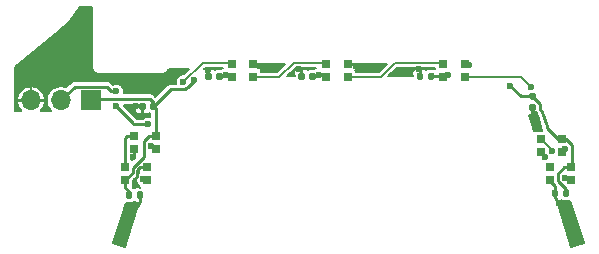
<source format=gbr>
%TF.GenerationSoftware,KiCad,Pcbnew,5.1.9-73d0e3b20d~88~ubuntu20.04.1*%
%TF.CreationDate,2021-04-06T18:29:42+02:00*%
%TF.ProjectId,AB_LED_PCB,41425f4c-4544-45f5-9043-422e6b696361,rev?*%
%TF.SameCoordinates,Original*%
%TF.FileFunction,Copper,L1,Top*%
%TF.FilePolarity,Positive*%
%FSLAX46Y46*%
G04 Gerber Fmt 4.6, Leading zero omitted, Abs format (unit mm)*
G04 Created by KiCad (PCBNEW 5.1.9-73d0e3b20d~88~ubuntu20.04.1) date 2021-04-06 18:29:42*
%MOMM*%
%LPD*%
G01*
G04 APERTURE LIST*
%TA.AperFunction,ComponentPad*%
%ADD10O,1.700000X1.700000*%
%TD*%
%TA.AperFunction,ComponentPad*%
%ADD11R,1.700000X1.700000*%
%TD*%
%TA.AperFunction,SMDPad,CuDef*%
%ADD12R,0.700000X0.700000*%
%TD*%
%TA.AperFunction,ViaPad*%
%ADD13C,0.600000*%
%TD*%
%TA.AperFunction,Conductor*%
%ADD14C,0.250000*%
%TD*%
%TA.AperFunction,Conductor*%
%ADD15C,0.150000*%
%TD*%
%TA.AperFunction,Conductor*%
%ADD16C,0.200000*%
%TD*%
%TA.AperFunction,Conductor*%
%ADD17C,0.100000*%
%TD*%
G04 APERTURE END LIST*
D10*
%TO.P,J1,3*%
%TO.N,GND*%
X151765000Y-102997000D03*
%TO.P,J1,2*%
%TO.N,Net-(D5-Pad3)*%
X154305000Y-102997000D03*
D11*
%TO.P,J1,1*%
%TO.N,+5V*%
X156845000Y-102997000D03*
%TD*%
D12*
%TO.P,D7,1*%
%TO.N,Net-(D1-Pad3)*%
X170587000Y-101007000D03*
%TO.P,D7,2*%
%TO.N,GND*%
X170587000Y-99907000D03*
%TO.P,D7,4*%
%TO.N,+5V*%
X168757000Y-101007000D03*
%TO.P,D7,3*%
%TO.N,Net-(D6-Pad1)*%
X168757000Y-99907000D03*
%TD*%
%TO.P,C7,2*%
%TO.N,GND*%
%TA.AperFunction,SMDPad,CuDef*%
G36*
G01*
X167059000Y-100795000D02*
X167059000Y-101135000D01*
G75*
G02*
X166919000Y-101275000I-140000J0D01*
G01*
X166639000Y-101275000D01*
G75*
G02*
X166499000Y-101135000I0J140000D01*
G01*
X166499000Y-100795000D01*
G75*
G02*
X166639000Y-100655000I140000J0D01*
G01*
X166919000Y-100655000D01*
G75*
G02*
X167059000Y-100795000I0J-140000D01*
G01*
G37*
%TD.AperFunction*%
%TO.P,C7,1*%
%TO.N,+5V*%
%TA.AperFunction,SMDPad,CuDef*%
G36*
G01*
X168019000Y-100795000D02*
X168019000Y-101135000D01*
G75*
G02*
X167879000Y-101275000I-140000J0D01*
G01*
X167599000Y-101275000D01*
G75*
G02*
X167459000Y-101135000I0J140000D01*
G01*
X167459000Y-100795000D01*
G75*
G02*
X167599000Y-100655000I140000J0D01*
G01*
X167879000Y-100655000D01*
G75*
G02*
X168019000Y-100795000I0J-140000D01*
G01*
G37*
%TD.AperFunction*%
%TD*%
%TO.P,D6,1*%
%TO.N,Net-(D6-Pad1)*%
X161570000Y-109770000D03*
%TO.P,D6,2*%
%TO.N,GND*%
X161570000Y-108670000D03*
%TO.P,D6,4*%
%TO.N,+5V*%
X159740000Y-109770000D03*
%TO.P,D6,3*%
%TO.N,Net-(D5-Pad1)*%
X159740000Y-108670000D03*
%TD*%
%TO.P,D5,1*%
%TO.N,Net-(D5-Pad1)*%
X160502000Y-106003000D03*
%TO.P,D5,2*%
%TO.N,GND*%
X160502000Y-107103000D03*
%TO.P,D5,4*%
%TO.N,+5V*%
X162332000Y-106003000D03*
%TO.P,D5,3*%
%TO.N,Net-(D5-Pad3)*%
X162332000Y-107103000D03*
%TD*%
%TO.P,C6,2*%
%TO.N,GND*%
%TA.AperFunction,SMDPad,CuDef*%
G36*
G01*
X161471000Y-103335000D02*
X161471000Y-103675000D01*
G75*
G02*
X161331000Y-103815000I-140000J0D01*
G01*
X161051000Y-103815000D01*
G75*
G02*
X160911000Y-103675000I0J140000D01*
G01*
X160911000Y-103335000D01*
G75*
G02*
X161051000Y-103195000I140000J0D01*
G01*
X161331000Y-103195000D01*
G75*
G02*
X161471000Y-103335000I0J-140000D01*
G01*
G37*
%TD.AperFunction*%
%TO.P,C6,1*%
%TO.N,+5V*%
%TA.AperFunction,SMDPad,CuDef*%
G36*
G01*
X162431000Y-103335000D02*
X162431000Y-103675000D01*
G75*
G02*
X162291000Y-103815000I-140000J0D01*
G01*
X162011000Y-103815000D01*
G75*
G02*
X161871000Y-103675000I0J140000D01*
G01*
X161871000Y-103335000D01*
G75*
G02*
X162011000Y-103195000I140000J0D01*
G01*
X162291000Y-103195000D01*
G75*
G02*
X162431000Y-103335000I0J-140000D01*
G01*
G37*
%TD.AperFunction*%
%TD*%
%TO.P,C5,2*%
%TO.N,GND*%
%TA.AperFunction,SMDPad,CuDef*%
G36*
G01*
X160728000Y-111168000D02*
X160728000Y-110828000D01*
G75*
G02*
X160868000Y-110688000I140000J0D01*
G01*
X161148000Y-110688000D01*
G75*
G02*
X161288000Y-110828000I0J-140000D01*
G01*
X161288000Y-111168000D01*
G75*
G02*
X161148000Y-111308000I-140000J0D01*
G01*
X160868000Y-111308000D01*
G75*
G02*
X160728000Y-111168000I0J140000D01*
G01*
G37*
%TD.AperFunction*%
%TO.P,C5,1*%
%TO.N,+5V*%
%TA.AperFunction,SMDPad,CuDef*%
G36*
G01*
X159768000Y-111168000D02*
X159768000Y-110828000D01*
G75*
G02*
X159908000Y-110688000I140000J0D01*
G01*
X160188000Y-110688000D01*
G75*
G02*
X160328000Y-110828000I0J-140000D01*
G01*
X160328000Y-111168000D01*
G75*
G02*
X160188000Y-111308000I-140000J0D01*
G01*
X159908000Y-111308000D01*
G75*
G02*
X159768000Y-111168000I0J140000D01*
G01*
G37*
%TD.AperFunction*%
%TD*%
%TO.P,D4,1*%
%TO.N,Net-(D4-Pad1)*%
X195681000Y-108670000D03*
%TO.P,D4,2*%
%TO.N,GND*%
X195681000Y-109770000D03*
%TO.P,D4,4*%
%TO.N,+5V*%
X197511000Y-108670000D03*
%TO.P,D4,3*%
%TO.N,Net-(D3-Pad1)*%
X197511000Y-109770000D03*
%TD*%
%TO.P,D3,1*%
%TO.N,Net-(D3-Pad1)*%
X194919000Y-106257000D03*
%TO.P,D3,2*%
%TO.N,GND*%
X194919000Y-107357000D03*
%TO.P,D3,4*%
%TO.N,+5V*%
X196749000Y-106257000D03*
%TO.P,D3,3*%
%TO.N,Net-(D2-Pad1)*%
X196749000Y-107357000D03*
%TD*%
%TO.P,D2,1*%
%TO.N,Net-(D2-Pad1)*%
X188494000Y-101007000D03*
%TO.P,D2,2*%
%TO.N,GND*%
X188494000Y-99907000D03*
%TO.P,D2,4*%
%TO.N,+5V*%
X186664000Y-101007000D03*
%TO.P,D2,3*%
%TO.N,Net-(D1-Pad1)*%
X186664000Y-99907000D03*
%TD*%
%TO.P,D1,1*%
%TO.N,Net-(D1-Pad1)*%
X178588000Y-101007000D03*
%TO.P,D1,2*%
%TO.N,GND*%
X178588000Y-99907000D03*
%TO.P,D1,4*%
%TO.N,+5V*%
X176758000Y-101007000D03*
%TO.P,D1,3*%
%TO.N,Net-(D1-Pad3)*%
X176758000Y-99907000D03*
%TD*%
%TO.P,C4,2*%
%TO.N,GND*%
%TA.AperFunction,SMDPad,CuDef*%
G36*
G01*
X194076500Y-103324000D02*
X194416500Y-103324000D01*
G75*
G02*
X194556500Y-103464000I0J-140000D01*
G01*
X194556500Y-103744000D01*
G75*
G02*
X194416500Y-103884000I-140000J0D01*
G01*
X194076500Y-103884000D01*
G75*
G02*
X193936500Y-103744000I0J140000D01*
G01*
X193936500Y-103464000D01*
G75*
G02*
X194076500Y-103324000I140000J0D01*
G01*
G37*
%TD.AperFunction*%
%TO.P,C4,1*%
%TO.N,+5V*%
%TA.AperFunction,SMDPad,CuDef*%
G36*
G01*
X194076500Y-102364000D02*
X194416500Y-102364000D01*
G75*
G02*
X194556500Y-102504000I0J-140000D01*
G01*
X194556500Y-102784000D01*
G75*
G02*
X194416500Y-102924000I-140000J0D01*
G01*
X194076500Y-102924000D01*
G75*
G02*
X193936500Y-102784000I0J140000D01*
G01*
X193936500Y-102504000D01*
G75*
G02*
X194076500Y-102364000I140000J0D01*
G01*
G37*
%TD.AperFunction*%
%TD*%
%TO.P,C3,2*%
%TO.N,GND*%
%TA.AperFunction,SMDPad,CuDef*%
G36*
G01*
X196396000Y-110701000D02*
X196396000Y-111041000D01*
G75*
G02*
X196256000Y-111181000I-140000J0D01*
G01*
X195976000Y-111181000D01*
G75*
G02*
X195836000Y-111041000I0J140000D01*
G01*
X195836000Y-110701000D01*
G75*
G02*
X195976000Y-110561000I140000J0D01*
G01*
X196256000Y-110561000D01*
G75*
G02*
X196396000Y-110701000I0J-140000D01*
G01*
G37*
%TD.AperFunction*%
%TO.P,C3,1*%
%TO.N,+5V*%
%TA.AperFunction,SMDPad,CuDef*%
G36*
G01*
X197356000Y-110701000D02*
X197356000Y-111041000D01*
G75*
G02*
X197216000Y-111181000I-140000J0D01*
G01*
X196936000Y-111181000D01*
G75*
G02*
X196796000Y-111041000I0J140000D01*
G01*
X196796000Y-110701000D01*
G75*
G02*
X196936000Y-110561000I140000J0D01*
G01*
X197216000Y-110561000D01*
G75*
G02*
X197356000Y-110701000I0J-140000D01*
G01*
G37*
%TD.AperFunction*%
%TD*%
%TO.P,C2,2*%
%TO.N,GND*%
%TA.AperFunction,SMDPad,CuDef*%
G36*
G01*
X174933000Y-100795000D02*
X174933000Y-101135000D01*
G75*
G02*
X174793000Y-101275000I-140000J0D01*
G01*
X174513000Y-101275000D01*
G75*
G02*
X174373000Y-101135000I0J140000D01*
G01*
X174373000Y-100795000D01*
G75*
G02*
X174513000Y-100655000I140000J0D01*
G01*
X174793000Y-100655000D01*
G75*
G02*
X174933000Y-100795000I0J-140000D01*
G01*
G37*
%TD.AperFunction*%
%TO.P,C2,1*%
%TO.N,+5V*%
%TA.AperFunction,SMDPad,CuDef*%
G36*
G01*
X175893000Y-100795000D02*
X175893000Y-101135000D01*
G75*
G02*
X175753000Y-101275000I-140000J0D01*
G01*
X175473000Y-101275000D01*
G75*
G02*
X175333000Y-101135000I0J140000D01*
G01*
X175333000Y-100795000D01*
G75*
G02*
X175473000Y-100655000I140000J0D01*
G01*
X175753000Y-100655000D01*
G75*
G02*
X175893000Y-100795000I0J-140000D01*
G01*
G37*
%TD.AperFunction*%
%TD*%
%TO.P,C1,2*%
%TO.N,GND*%
%TA.AperFunction,SMDPad,CuDef*%
G36*
G01*
X184966000Y-100795000D02*
X184966000Y-101135000D01*
G75*
G02*
X184826000Y-101275000I-140000J0D01*
G01*
X184546000Y-101275000D01*
G75*
G02*
X184406000Y-101135000I0J140000D01*
G01*
X184406000Y-100795000D01*
G75*
G02*
X184546000Y-100655000I140000J0D01*
G01*
X184826000Y-100655000D01*
G75*
G02*
X184966000Y-100795000I0J-140000D01*
G01*
G37*
%TD.AperFunction*%
%TO.P,C1,1*%
%TO.N,+5V*%
%TA.AperFunction,SMDPad,CuDef*%
G36*
G01*
X185926000Y-100795000D02*
X185926000Y-101135000D01*
G75*
G02*
X185786000Y-101275000I-140000J0D01*
G01*
X185506000Y-101275000D01*
G75*
G02*
X185366000Y-101135000I0J140000D01*
G01*
X185366000Y-100795000D01*
G75*
G02*
X185506000Y-100655000I140000J0D01*
G01*
X185786000Y-100655000D01*
G75*
G02*
X185926000Y-100795000I0J-140000D01*
G01*
G37*
%TD.AperFunction*%
%TD*%
D13*
%TO.N,GND*%
X195261959Y-107824787D03*
X196498045Y-111709610D03*
X179324000Y-100064349D03*
X171196000Y-100064349D03*
X160708134Y-111863145D03*
X160655000Y-103505000D03*
X160365010Y-107789649D03*
X160541173Y-110037617D03*
X166752060Y-100432010D03*
X174434500Y-100314385D03*
X184594500Y-100330000D03*
X188808974Y-100014349D03*
X194458993Y-104181515D03*
%TO.N,+5V*%
X187071000Y-100814350D03*
X176149000Y-100814350D03*
X168275000Y-100814350D03*
X165576890Y-101274207D03*
X192316578Y-101741269D03*
%TO.N,Net-(D2-Pad1)*%
X196981460Y-107107012D03*
X194119500Y-101854000D03*
%TO.N,Net-(D3-Pad1)*%
X195898998Y-107315000D03*
X197006580Y-109575271D03*
%TO.N,Net-(D5-Pad3)*%
X161919714Y-106849107D03*
X161671000Y-105029000D03*
X159004000Y-103505000D03*
X159004000Y-102235000D03*
%TO.N,Net-(D6-Pad1)*%
X161281214Y-109659012D03*
X164675492Y-101433128D03*
%TD*%
D14*
%TO.N,GND*%
X196116000Y-110205000D02*
X195691059Y-109780059D01*
X196116000Y-110871000D02*
X196116000Y-110205000D01*
X194963166Y-107525994D02*
X195261959Y-107824787D01*
X194919000Y-107389223D02*
X194963166Y-107525994D01*
X194919000Y-107357000D02*
X194919000Y-107389223D01*
X196226454Y-111438019D02*
X196498045Y-111709610D01*
X196116000Y-111095975D02*
X196226454Y-111438019D01*
X196116000Y-110871000D02*
X196116000Y-111095975D01*
X179166651Y-99907000D02*
X179324000Y-100064349D01*
X178588000Y-99907000D02*
X179166651Y-99907000D01*
X171038651Y-99907000D02*
X171196000Y-100064349D01*
X170587000Y-99907000D02*
X171038651Y-99907000D01*
X160979740Y-111591539D02*
X160708134Y-111863145D01*
X161008000Y-111504035D02*
X160979740Y-111591539D01*
X161008000Y-110998000D02*
X161008000Y-111504035D01*
X161191000Y-103505000D02*
X160655000Y-103505000D01*
X160502000Y-107103000D02*
X160502000Y-107652659D01*
X160502000Y-107652659D02*
X160365010Y-107789649D01*
X160541173Y-109613353D02*
X160541173Y-110037617D01*
X160765012Y-109389514D02*
X160541173Y-109613353D01*
X160994010Y-108670000D02*
X160765012Y-108898998D01*
X161570000Y-108670000D02*
X160994010Y-108670000D01*
X160765012Y-108898998D02*
X160765012Y-109389514D01*
X166779000Y-100458950D02*
X166752060Y-100432010D01*
X166779000Y-100965000D02*
X166779000Y-100458950D01*
X174653000Y-100532885D02*
X174434500Y-100314385D01*
X174653000Y-100965000D02*
X174653000Y-100532885D01*
X184686000Y-100421500D02*
X184594500Y-100330000D01*
X184686000Y-100965000D02*
X184686000Y-100421500D01*
X188701625Y-99907000D02*
X188808974Y-100014349D01*
X188494000Y-99907000D02*
X188701625Y-99907000D01*
X194310000Y-104032522D02*
X194458993Y-104181515D01*
X194310000Y-103604000D02*
X194310000Y-104032522D01*
%TO.N,+5V*%
X186856650Y-100814350D02*
X186681660Y-100989340D01*
X187071000Y-100814350D02*
X186856650Y-100814350D01*
X186622000Y-100965000D02*
X186646340Y-100989340D01*
X185646000Y-100965000D02*
X186622000Y-100965000D01*
X175763650Y-100814350D02*
X175613000Y-100965000D01*
X176149000Y-100814350D02*
X175763650Y-100814350D01*
X176565350Y-100814350D02*
X176740340Y-100989340D01*
X176149000Y-100814350D02*
X176565350Y-100814350D01*
X167889650Y-100814350D02*
X167739000Y-100965000D01*
X168275000Y-100814350D02*
X167889650Y-100814350D01*
X168564350Y-100814350D02*
X168739340Y-100989340D01*
X168275000Y-100814350D02*
X168564350Y-100814350D01*
X162332000Y-103686000D02*
X162151000Y-103505000D01*
X162332000Y-106003000D02*
X162332000Y-103686000D01*
X197076000Y-110871000D02*
X197076000Y-110528589D01*
X197076000Y-110528589D02*
X196356001Y-109808590D01*
X196356001Y-109224999D02*
X196911000Y-108670000D01*
X196356001Y-109808590D02*
X196356001Y-109224999D01*
X196911000Y-108670000D02*
X197511000Y-108670000D01*
X197588556Y-106919839D02*
X197574432Y-106850733D01*
X197557217Y-106782293D02*
X197031924Y-106257000D01*
X197607464Y-108573536D02*
X197607464Y-107059660D01*
X197607464Y-107059660D02*
X197599578Y-106989546D01*
X197599578Y-106989546D02*
X197588556Y-106919839D01*
X197511000Y-108670000D02*
X197607464Y-108573536D01*
X197574432Y-106850733D02*
X197557217Y-106782293D01*
X197031924Y-106257000D02*
X196749000Y-106257000D01*
X162151000Y-103195000D02*
X162151000Y-103505000D01*
X161825990Y-102869990D02*
X162151000Y-103195000D01*
X156972010Y-102869990D02*
X161825990Y-102869990D01*
X156845000Y-102997000D02*
X156972010Y-102869990D01*
X159740000Y-110380000D02*
X159740000Y-109770000D01*
X160048000Y-110688000D02*
X159740000Y-110380000D01*
X160048000Y-110998000D02*
X160048000Y-110688000D01*
X161294712Y-106440288D02*
X161732000Y-106003000D01*
X161294712Y-107784951D02*
X161294712Y-106440288D01*
X160365001Y-108714662D02*
X161294712Y-107784951D01*
X160365001Y-109144999D02*
X160365001Y-108714662D01*
X161732000Y-106003000D02*
X162332000Y-106003000D01*
X159740000Y-109770000D02*
X160365001Y-109144999D01*
X164816013Y-102053500D02*
X164922173Y-101973422D01*
X164923342Y-101966640D02*
X165031971Y-101889950D01*
X165576890Y-101345031D02*
X165576890Y-101274207D01*
X165031971Y-101889950D02*
X165576890Y-101345031D01*
X162151000Y-103505000D02*
X163602500Y-102053500D01*
X164922173Y-101973422D02*
X164923342Y-101966640D01*
X163602500Y-102053500D02*
X164816013Y-102053500D01*
X193219309Y-102644000D02*
X192316578Y-101741269D01*
X194310000Y-102644000D02*
X193219309Y-102644000D01*
X194246500Y-102644000D02*
X194246500Y-102679500D01*
X194857595Y-103290595D02*
X194881500Y-103365275D01*
X194246500Y-102679500D02*
X194857595Y-103290595D01*
X194881500Y-103365275D02*
X194881500Y-103759000D01*
X195066878Y-103944378D02*
X195453000Y-105150594D01*
X194881500Y-103759000D02*
X195066878Y-103944378D01*
X195453000Y-105345202D02*
X196364798Y-106257000D01*
X196364798Y-106257000D02*
X196749000Y-106257000D01*
X195453000Y-105150594D02*
X195453000Y-105345202D01*
D15*
%TO.N,Net-(D1-Pad3)*%
X170587000Y-101007000D02*
X172789992Y-101007000D01*
X172789992Y-101007000D02*
X174007633Y-99789359D01*
X174007633Y-99789359D02*
X176640359Y-99789359D01*
X176640359Y-99789359D02*
X176758000Y-99907000D01*
%TO.N,Net-(D1-Pad1)*%
X181377500Y-101007000D02*
X182579502Y-99804998D01*
X178588000Y-101007000D02*
X181377500Y-101007000D01*
X182579502Y-99804998D02*
X186561998Y-99804998D01*
X186561998Y-99804998D02*
X186664000Y-99907000D01*
D14*
%TO.N,Net-(D2-Pad1)*%
X196749000Y-107339472D02*
X196981460Y-107107012D01*
X196749000Y-107357000D02*
X196749000Y-107339472D01*
D15*
X193272500Y-101007000D02*
X194119500Y-101854000D01*
X188494000Y-101007000D02*
X193272500Y-101007000D01*
%TO.N,Net-(D3-Pad1)*%
X197201309Y-109770000D02*
X197006580Y-109575271D01*
X197511000Y-109770000D02*
X197201309Y-109770000D01*
X195898998Y-107236998D02*
X194919000Y-106257000D01*
X195898998Y-107315000D02*
X195898998Y-107236998D01*
D14*
%TO.N,Net-(D5-Pad1)*%
X159902000Y-106003000D02*
X160502000Y-106003000D01*
X159740000Y-106165000D02*
X159902000Y-106003000D01*
X159740000Y-108670000D02*
X159740000Y-106165000D01*
%TO.N,Net-(D5-Pad3)*%
X162332000Y-107103000D02*
X162173607Y-107103000D01*
X162173607Y-107103000D02*
X161919714Y-106849107D01*
X161671000Y-105029000D02*
X160401000Y-105029000D01*
X160401000Y-104902000D02*
X159004000Y-103505000D01*
X160401000Y-105029000D02*
X160401000Y-104902000D01*
X155480001Y-101821999D02*
X154305000Y-102997000D01*
X158166735Y-101821999D02*
X155480001Y-101821999D01*
X158579736Y-102235000D02*
X158166735Y-101821999D01*
X159004000Y-102235000D02*
X158579736Y-102235000D01*
D15*
%TO.N,Net-(D6-Pad1)*%
X161392202Y-109770000D02*
X161281214Y-109659012D01*
X161570000Y-109770000D02*
X161392202Y-109770000D01*
X168639359Y-99789359D02*
X168757000Y-99907000D01*
X166319261Y-99789359D02*
X168639359Y-99789359D01*
X164675492Y-101433128D02*
X166319261Y-99789359D01*
%TD*%
D16*
%TO.N,GND*%
X196662830Y-111449828D02*
X196747837Y-111495265D01*
X196840075Y-111523245D01*
X196936000Y-111532693D01*
X197216000Y-111532693D01*
X197311925Y-111523245D01*
X197404163Y-111495265D01*
X197405102Y-111494763D01*
X198547128Y-115062357D01*
X197528408Y-115388462D01*
X196282918Y-111531550D01*
X196396000Y-111532694D01*
X196464612Y-111525936D01*
X196530587Y-111505923D01*
X196591391Y-111473423D01*
X196641486Y-111432311D01*
X196662830Y-111449828D01*
%TA.AperFunction,Conductor*%
D17*
G36*
X196662830Y-111449828D02*
G01*
X196747837Y-111495265D01*
X196840075Y-111523245D01*
X196936000Y-111532693D01*
X197216000Y-111532693D01*
X197311925Y-111523245D01*
X197404163Y-111495265D01*
X197405102Y-111494763D01*
X198547128Y-115062357D01*
X197528408Y-115388462D01*
X196282918Y-111531550D01*
X196396000Y-111532694D01*
X196464612Y-111525936D01*
X196530587Y-111505923D01*
X196591391Y-111473423D01*
X196641486Y-111432311D01*
X196662830Y-111449828D01*
G37*
%TD.AperFunction*%
D16*
X160532609Y-111600423D02*
X160593413Y-111632923D01*
X160659388Y-111652936D01*
X160728000Y-111659694D01*
X160895500Y-111658000D01*
X160949433Y-111604067D01*
X159727287Y-115388372D01*
X158708845Y-115062357D01*
X159802072Y-111647211D01*
X159812075Y-111650245D01*
X159908000Y-111659693D01*
X160188000Y-111659693D01*
X160283925Y-111650245D01*
X160376163Y-111622265D01*
X160461170Y-111576828D01*
X160482514Y-111559311D01*
X160532609Y-111600423D01*
%TA.AperFunction,Conductor*%
D17*
G36*
X160532609Y-111600423D02*
G01*
X160593413Y-111632923D01*
X160659388Y-111652936D01*
X160728000Y-111659694D01*
X160895500Y-111658000D01*
X160949433Y-111604067D01*
X159727287Y-115388372D01*
X158708845Y-115062357D01*
X159802072Y-111647211D01*
X159812075Y-111650245D01*
X159908000Y-111659693D01*
X160188000Y-111659693D01*
X160283925Y-111650245D01*
X160376163Y-111622265D01*
X160461170Y-111576828D01*
X160482514Y-111559311D01*
X160532609Y-111600423D01*
G37*
%TD.AperFunction*%
D16*
X161033000Y-110973000D02*
X161053000Y-110973000D01*
X161053000Y-111023000D01*
X161033000Y-111023000D01*
X161033000Y-111043000D01*
X160983000Y-111043000D01*
X160983000Y-111023000D01*
X160963000Y-111023000D01*
X160963000Y-110973000D01*
X160983000Y-110973000D01*
X160983000Y-110953000D01*
X161033000Y-110953000D01*
X161033000Y-110973000D01*
%TA.AperFunction,Conductor*%
D17*
G36*
X161033000Y-110973000D02*
G01*
X161053000Y-110973000D01*
X161053000Y-111023000D01*
X161033000Y-111023000D01*
X161033000Y-111043000D01*
X160983000Y-111043000D01*
X160983000Y-111023000D01*
X160963000Y-111023000D01*
X160963000Y-110973000D01*
X160983000Y-110973000D01*
X160983000Y-110953000D01*
X161033000Y-110953000D01*
X161033000Y-110973000D01*
G37*
%TD.AperFunction*%
D16*
X196141000Y-110846000D02*
X196161000Y-110846000D01*
X196161000Y-110896000D01*
X196141000Y-110896000D01*
X196141000Y-110916000D01*
X196091000Y-110916000D01*
X196091000Y-110896000D01*
X196077684Y-110896000D01*
X196071000Y-110875303D01*
X196071000Y-110846000D01*
X196091000Y-110846000D01*
X196091000Y-110826000D01*
X196141000Y-110826000D01*
X196141000Y-110846000D01*
%TA.AperFunction,Conductor*%
D17*
G36*
X196141000Y-110846000D02*
G01*
X196161000Y-110846000D01*
X196161000Y-110896000D01*
X196141000Y-110896000D01*
X196141000Y-110916000D01*
X196091000Y-110916000D01*
X196091000Y-110896000D01*
X196077684Y-110896000D01*
X196071000Y-110875303D01*
X196071000Y-110846000D01*
X196091000Y-110846000D01*
X196091000Y-110826000D01*
X196141000Y-110826000D01*
X196141000Y-110846000D01*
G37*
%TD.AperFunction*%
D16*
X160631214Y-109594993D02*
X160631214Y-109723031D01*
X160656193Y-109848610D01*
X160705192Y-109966902D01*
X160776326Y-110073363D01*
X160866863Y-110163900D01*
X160873037Y-110168025D01*
X160875065Y-110188612D01*
X160895078Y-110254587D01*
X160927578Y-110315390D01*
X160971315Y-110368685D01*
X160982998Y-110378273D01*
X160982998Y-110425498D01*
X160895500Y-110338000D01*
X160728000Y-110336306D01*
X160659388Y-110343064D01*
X160593413Y-110363077D01*
X160532609Y-110395577D01*
X160482514Y-110436689D01*
X160461170Y-110419172D01*
X160426769Y-110400784D01*
X160385501Y-110350499D01*
X160367371Y-110335620D01*
X160366519Y-110334768D01*
X160382422Y-110315390D01*
X160414922Y-110254587D01*
X160434935Y-110188612D01*
X160441693Y-110120000D01*
X160441693Y-109740058D01*
X160642252Y-109539500D01*
X160631214Y-109594993D01*
%TA.AperFunction,Conductor*%
D17*
G36*
X160631214Y-109594993D02*
G01*
X160631214Y-109723031D01*
X160656193Y-109848610D01*
X160705192Y-109966902D01*
X160776326Y-110073363D01*
X160866863Y-110163900D01*
X160873037Y-110168025D01*
X160875065Y-110188612D01*
X160895078Y-110254587D01*
X160927578Y-110315390D01*
X160971315Y-110368685D01*
X160982998Y-110378273D01*
X160982998Y-110425498D01*
X160895500Y-110338000D01*
X160728000Y-110336306D01*
X160659388Y-110343064D01*
X160593413Y-110363077D01*
X160532609Y-110395577D01*
X160482514Y-110436689D01*
X160461170Y-110419172D01*
X160426769Y-110400784D01*
X160385501Y-110350499D01*
X160367371Y-110335620D01*
X160366519Y-110334768D01*
X160382422Y-110315390D01*
X160414922Y-110254587D01*
X160434935Y-110188612D01*
X160441693Y-110120000D01*
X160441693Y-109740058D01*
X160642252Y-109539500D01*
X160631214Y-109594993D01*
G37*
%TD.AperFunction*%
D16*
X195706000Y-109745000D02*
X195726000Y-109745000D01*
X195726000Y-109795000D01*
X195722144Y-109795000D01*
X195699539Y-109725000D01*
X195706000Y-109725000D01*
X195706000Y-109745000D01*
%TA.AperFunction,Conductor*%
D17*
G36*
X195706000Y-109745000D02*
G01*
X195726000Y-109745000D01*
X195726000Y-109795000D01*
X195722144Y-109795000D01*
X195699539Y-109725000D01*
X195706000Y-109725000D01*
X195706000Y-109745000D01*
G37*
%TD.AperFunction*%
D16*
X160868306Y-109020000D02*
X160875064Y-109088612D01*
X160890205Y-109138527D01*
X160866863Y-109154124D01*
X160838618Y-109182369D01*
X160842299Y-109144999D01*
X160840001Y-109121667D01*
X160840001Y-108911412D01*
X160869289Y-108882124D01*
X160868306Y-109020000D01*
%TA.AperFunction,Conductor*%
D17*
G36*
X160868306Y-109020000D02*
G01*
X160875064Y-109088612D01*
X160890205Y-109138527D01*
X160866863Y-109154124D01*
X160838618Y-109182369D01*
X160842299Y-109144999D01*
X160840001Y-109121667D01*
X160840001Y-108911412D01*
X160869289Y-108882124D01*
X160868306Y-109020000D01*
G37*
%TD.AperFunction*%
D16*
X161595000Y-108645000D02*
X161615000Y-108645000D01*
X161615000Y-108695000D01*
X161595000Y-108695000D01*
X161595000Y-108715000D01*
X161545000Y-108715000D01*
X161545000Y-108695000D01*
X161525000Y-108695000D01*
X161525000Y-108645000D01*
X161545000Y-108645000D01*
X161545000Y-108625000D01*
X161595000Y-108625000D01*
X161595000Y-108645000D01*
%TA.AperFunction,Conductor*%
D17*
G36*
X161595000Y-108645000D02*
G01*
X161615000Y-108645000D01*
X161615000Y-108695000D01*
X161595000Y-108695000D01*
X161595000Y-108715000D01*
X161545000Y-108715000D01*
X161545000Y-108695000D01*
X161525000Y-108695000D01*
X161525000Y-108645000D01*
X161545000Y-108645000D01*
X161545000Y-108625000D01*
X161595000Y-108625000D01*
X161595000Y-108645000D01*
G37*
%TD.AperFunction*%
D16*
X160527000Y-107078000D02*
X160547000Y-107078000D01*
X160547000Y-107128000D01*
X160527000Y-107128000D01*
X160527000Y-107715500D01*
X160609706Y-107798206D01*
X160337538Y-108070374D01*
X160285390Y-108027578D01*
X160224587Y-107995078D01*
X160215000Y-107992170D01*
X160215000Y-107804245D01*
X160389500Y-107803000D01*
X160477000Y-107715500D01*
X160477000Y-107128000D01*
X160457000Y-107128000D01*
X160457000Y-107078000D01*
X160477000Y-107078000D01*
X160477000Y-107058000D01*
X160527000Y-107058000D01*
X160527000Y-107078000D01*
%TA.AperFunction,Conductor*%
D17*
G36*
X160527000Y-107078000D02*
G01*
X160547000Y-107078000D01*
X160547000Y-107128000D01*
X160527000Y-107128000D01*
X160527000Y-107715500D01*
X160609706Y-107798206D01*
X160337538Y-108070374D01*
X160285390Y-108027578D01*
X160224587Y-107995078D01*
X160215000Y-107992170D01*
X160215000Y-107804245D01*
X160389500Y-107803000D01*
X160477000Y-107715500D01*
X160477000Y-107128000D01*
X160457000Y-107128000D01*
X160457000Y-107078000D01*
X160477000Y-107078000D01*
X160477000Y-107058000D01*
X160527000Y-107058000D01*
X160527000Y-107078000D01*
G37*
%TD.AperFunction*%
D16*
X194944000Y-107332000D02*
X194964000Y-107332000D01*
X194964000Y-107382000D01*
X194944000Y-107382000D01*
X194944000Y-107385320D01*
X194920323Y-107312000D01*
X194944000Y-107312000D01*
X194944000Y-107332000D01*
%TA.AperFunction,Conductor*%
D17*
G36*
X194944000Y-107332000D02*
G01*
X194964000Y-107332000D01*
X194964000Y-107382000D01*
X194944000Y-107382000D01*
X194944000Y-107385320D01*
X194920323Y-107312000D01*
X194944000Y-107312000D01*
X194944000Y-107332000D01*
G37*
%TD.AperFunction*%
D16*
X194271500Y-103579000D02*
X194291500Y-103579000D01*
X194291500Y-103629000D01*
X194271500Y-103629000D01*
X194271500Y-104146500D01*
X194359000Y-104234000D01*
X194556500Y-104235694D01*
X194625112Y-104228936D01*
X194656206Y-104219504D01*
X194978000Y-105224764D01*
X194978000Y-105321870D01*
X194975702Y-105345202D01*
X194978000Y-105368533D01*
X194978000Y-105368534D01*
X194984873Y-105438318D01*
X195012034Y-105527856D01*
X195026707Y-105555307D01*
X194569000Y-105555307D01*
X194500388Y-105562065D01*
X194434413Y-105582078D01*
X194373610Y-105614578D01*
X194372483Y-105615503D01*
X193926594Y-104234718D01*
X193936500Y-104235694D01*
X194134000Y-104234000D01*
X194221500Y-104146500D01*
X194221500Y-103629000D01*
X194201500Y-103629000D01*
X194201500Y-103579000D01*
X194221500Y-103579000D01*
X194221500Y-103559000D01*
X194271500Y-103559000D01*
X194271500Y-103579000D01*
%TA.AperFunction,Conductor*%
D17*
G36*
X194271500Y-103579000D02*
G01*
X194291500Y-103579000D01*
X194291500Y-103629000D01*
X194271500Y-103629000D01*
X194271500Y-104146500D01*
X194359000Y-104234000D01*
X194556500Y-104235694D01*
X194625112Y-104228936D01*
X194656206Y-104219504D01*
X194978000Y-105224764D01*
X194978000Y-105321870D01*
X194975702Y-105345202D01*
X194978000Y-105368533D01*
X194978000Y-105368534D01*
X194984873Y-105438318D01*
X195012034Y-105527856D01*
X195026707Y-105555307D01*
X194569000Y-105555307D01*
X194500388Y-105562065D01*
X194434413Y-105582078D01*
X194373610Y-105614578D01*
X194372483Y-105615503D01*
X193926594Y-104234718D01*
X193936500Y-104235694D01*
X194134000Y-104234000D01*
X194221500Y-104146500D01*
X194221500Y-103629000D01*
X194201500Y-103629000D01*
X194201500Y-103579000D01*
X194221500Y-103579000D01*
X194221500Y-103559000D01*
X194271500Y-103559000D01*
X194271500Y-103579000D01*
G37*
%TD.AperFunction*%
D16*
X160561000Y-103392500D02*
X160648500Y-103480000D01*
X161166000Y-103480000D01*
X161166000Y-103460000D01*
X161216000Y-103460000D01*
X161216000Y-103480000D01*
X161236000Y-103480000D01*
X161236000Y-103530000D01*
X161216000Y-103530000D01*
X161216000Y-104077500D01*
X161303500Y-104165000D01*
X161471000Y-104166694D01*
X161539612Y-104159936D01*
X161605587Y-104139923D01*
X161666391Y-104107423D01*
X161716486Y-104066311D01*
X161737830Y-104083828D01*
X161822837Y-104129265D01*
X161857001Y-104139628D01*
X161857001Y-104403263D01*
X161735019Y-104379000D01*
X161606981Y-104379000D01*
X161481402Y-104403979D01*
X161363110Y-104452978D01*
X161256649Y-104524112D01*
X161226761Y-104554000D01*
X160725708Y-104554000D01*
X160720371Y-104549620D01*
X159985751Y-103815000D01*
X160559306Y-103815000D01*
X160566064Y-103883612D01*
X160586077Y-103949587D01*
X160618577Y-104010391D01*
X160662315Y-104063685D01*
X160715609Y-104107423D01*
X160776413Y-104139923D01*
X160842388Y-104159936D01*
X160911000Y-104166694D01*
X161078500Y-104165000D01*
X161166000Y-104077500D01*
X161166000Y-103530000D01*
X160648500Y-103530000D01*
X160561000Y-103617500D01*
X160559306Y-103815000D01*
X159985751Y-103815000D01*
X159654000Y-103483250D01*
X159654000Y-103440981D01*
X159634906Y-103344990D01*
X160560592Y-103344990D01*
X160561000Y-103392500D01*
%TA.AperFunction,Conductor*%
D17*
G36*
X160561000Y-103392500D02*
G01*
X160648500Y-103480000D01*
X161166000Y-103480000D01*
X161166000Y-103460000D01*
X161216000Y-103460000D01*
X161216000Y-103480000D01*
X161236000Y-103480000D01*
X161236000Y-103530000D01*
X161216000Y-103530000D01*
X161216000Y-104077500D01*
X161303500Y-104165000D01*
X161471000Y-104166694D01*
X161539612Y-104159936D01*
X161605587Y-104139923D01*
X161666391Y-104107423D01*
X161716486Y-104066311D01*
X161737830Y-104083828D01*
X161822837Y-104129265D01*
X161857001Y-104139628D01*
X161857001Y-104403263D01*
X161735019Y-104379000D01*
X161606981Y-104379000D01*
X161481402Y-104403979D01*
X161363110Y-104452978D01*
X161256649Y-104524112D01*
X161226761Y-104554000D01*
X160725708Y-104554000D01*
X160720371Y-104549620D01*
X159985751Y-103815000D01*
X160559306Y-103815000D01*
X160566064Y-103883612D01*
X160586077Y-103949587D01*
X160618577Y-104010391D01*
X160662315Y-104063685D01*
X160715609Y-104107423D01*
X160776413Y-104139923D01*
X160842388Y-104159936D01*
X160911000Y-104166694D01*
X161078500Y-104165000D01*
X161166000Y-104077500D01*
X161166000Y-103530000D01*
X160648500Y-103530000D01*
X160561000Y-103617500D01*
X160559306Y-103815000D01*
X159985751Y-103815000D01*
X159654000Y-103483250D01*
X159654000Y-103440981D01*
X159634906Y-103344990D01*
X160560592Y-103344990D01*
X160561000Y-103392500D01*
G37*
%TD.AperFunction*%
D16*
X156946366Y-100249726D02*
X156944188Y-100271841D01*
X156952876Y-100360056D01*
X156978608Y-100444882D01*
X157020394Y-100523057D01*
X157076628Y-100591578D01*
X157145149Y-100647812D01*
X157223324Y-100689598D01*
X157308150Y-100715330D01*
X157374260Y-100721841D01*
X157374261Y-100721841D01*
X157396365Y-100724018D01*
X157418470Y-100721841D01*
X162967554Y-100721841D01*
X163008401Y-100722465D01*
X163033632Y-100717846D01*
X163059176Y-100715330D01*
X163077141Y-100709880D01*
X163095594Y-100706502D01*
X163119438Y-100697049D01*
X163144002Y-100689598D01*
X163160559Y-100680748D01*
X163177997Y-100673835D01*
X163199539Y-100659912D01*
X163222177Y-100647812D01*
X163236688Y-100635903D01*
X163252444Y-100625720D01*
X163270859Y-100607860D01*
X163290698Y-100591578D01*
X163302605Y-100577070D01*
X163316074Y-100564006D01*
X163330652Y-100542894D01*
X163346932Y-100523057D01*
X163355780Y-100506503D01*
X163366442Y-100491063D01*
X163376620Y-100467516D01*
X163388718Y-100444882D01*
X163400596Y-100405724D01*
X163413841Y-100364350D01*
X165143230Y-100364350D01*
X164724452Y-100783128D01*
X164611473Y-100783128D01*
X164485894Y-100808107D01*
X164367602Y-100857106D01*
X164261141Y-100928240D01*
X164170604Y-101018777D01*
X164099470Y-101125238D01*
X164050471Y-101243530D01*
X164025492Y-101369109D01*
X164025492Y-101497147D01*
X164041674Y-101578500D01*
X163625832Y-101578500D01*
X163602500Y-101576202D01*
X163509383Y-101585373D01*
X163487356Y-101592055D01*
X163419846Y-101612534D01*
X163337327Y-101656641D01*
X163264999Y-101715999D01*
X163250120Y-101734129D01*
X162306000Y-102678249D01*
X162178373Y-102550623D01*
X162163491Y-102532489D01*
X162091163Y-102473131D01*
X162008644Y-102429024D01*
X161919106Y-102401863D01*
X161849322Y-102394990D01*
X161825990Y-102392692D01*
X161802658Y-102394990D01*
X159634910Y-102394990D01*
X159654000Y-102299019D01*
X159654000Y-102170981D01*
X159629021Y-102045402D01*
X159580022Y-101927110D01*
X159508888Y-101820649D01*
X159418351Y-101730112D01*
X159311890Y-101658978D01*
X159193598Y-101609979D01*
X159068019Y-101585000D01*
X158939981Y-101585000D01*
X158814402Y-101609979D01*
X158696110Y-101658978D01*
X158683734Y-101667247D01*
X158519118Y-101502632D01*
X158504236Y-101484498D01*
X158431908Y-101425140D01*
X158349389Y-101381033D01*
X158259851Y-101353872D01*
X158190067Y-101346999D01*
X158166735Y-101344701D01*
X158143403Y-101346999D01*
X155503332Y-101346999D01*
X155480000Y-101344701D01*
X155386884Y-101353872D01*
X155370326Y-101358895D01*
X155297347Y-101381033D01*
X155214828Y-101425140D01*
X155142500Y-101484498D01*
X155127621Y-101502628D01*
X154748440Y-101881809D01*
X154655027Y-101843116D01*
X154423190Y-101797000D01*
X154186810Y-101797000D01*
X153954973Y-101843116D01*
X153736587Y-101933574D01*
X153540045Y-102064899D01*
X153372899Y-102232045D01*
X153241574Y-102428587D01*
X153151116Y-102646973D01*
X153105000Y-102878810D01*
X153105000Y-103115190D01*
X153151116Y-103347027D01*
X153241574Y-103565413D01*
X153372899Y-103761955D01*
X153486627Y-103875683D01*
X152575105Y-103875683D01*
X152629026Y-103829742D01*
X152774884Y-103645178D01*
X152881933Y-103435705D01*
X152946059Y-103209373D01*
X152877241Y-103022000D01*
X151790000Y-103022000D01*
X151790000Y-103042000D01*
X151740000Y-103042000D01*
X151740000Y-103022000D01*
X150652759Y-103022000D01*
X150583941Y-103209373D01*
X150648067Y-103435705D01*
X150755116Y-103645178D01*
X150900974Y-103829742D01*
X150954895Y-103875683D01*
X150450000Y-103875683D01*
X150450000Y-102784627D01*
X150583941Y-102784627D01*
X150652759Y-102972000D01*
X151740000Y-102972000D01*
X151740000Y-101884781D01*
X151790000Y-101884781D01*
X151790000Y-102972000D01*
X152877241Y-102972000D01*
X152946059Y-102784627D01*
X152881933Y-102558295D01*
X152774884Y-102348822D01*
X152629026Y-102164258D01*
X152449964Y-102011696D01*
X152244579Y-101896998D01*
X152020764Y-101824573D01*
X151977373Y-101815942D01*
X151790000Y-101884781D01*
X151740000Y-101884781D01*
X151552627Y-101815942D01*
X151509236Y-101824573D01*
X151285421Y-101896998D01*
X151080036Y-102011696D01*
X150900974Y-102164258D01*
X150755116Y-102348822D01*
X150648067Y-102558295D01*
X150583941Y-102784627D01*
X150450000Y-102784627D01*
X150450000Y-100209838D01*
X154121422Y-97129149D01*
X154127029Y-97123418D01*
X154580396Y-96714624D01*
X154582151Y-96712817D01*
X154584114Y-96711234D01*
X154612841Y-96682224D01*
X155392460Y-95819976D01*
X155398305Y-95812580D01*
X155404805Y-95805735D01*
X155429443Y-95773180D01*
X155892436Y-95100000D01*
X156946365Y-95100000D01*
X156946366Y-100249726D01*
%TA.AperFunction,Conductor*%
D17*
G36*
X156946366Y-100249726D02*
G01*
X156944188Y-100271841D01*
X156952876Y-100360056D01*
X156978608Y-100444882D01*
X157020394Y-100523057D01*
X157076628Y-100591578D01*
X157145149Y-100647812D01*
X157223324Y-100689598D01*
X157308150Y-100715330D01*
X157374260Y-100721841D01*
X157374261Y-100721841D01*
X157396365Y-100724018D01*
X157418470Y-100721841D01*
X162967554Y-100721841D01*
X163008401Y-100722465D01*
X163033632Y-100717846D01*
X163059176Y-100715330D01*
X163077141Y-100709880D01*
X163095594Y-100706502D01*
X163119438Y-100697049D01*
X163144002Y-100689598D01*
X163160559Y-100680748D01*
X163177997Y-100673835D01*
X163199539Y-100659912D01*
X163222177Y-100647812D01*
X163236688Y-100635903D01*
X163252444Y-100625720D01*
X163270859Y-100607860D01*
X163290698Y-100591578D01*
X163302605Y-100577070D01*
X163316074Y-100564006D01*
X163330652Y-100542894D01*
X163346932Y-100523057D01*
X163355780Y-100506503D01*
X163366442Y-100491063D01*
X163376620Y-100467516D01*
X163388718Y-100444882D01*
X163400596Y-100405724D01*
X163413841Y-100364350D01*
X165143230Y-100364350D01*
X164724452Y-100783128D01*
X164611473Y-100783128D01*
X164485894Y-100808107D01*
X164367602Y-100857106D01*
X164261141Y-100928240D01*
X164170604Y-101018777D01*
X164099470Y-101125238D01*
X164050471Y-101243530D01*
X164025492Y-101369109D01*
X164025492Y-101497147D01*
X164041674Y-101578500D01*
X163625832Y-101578500D01*
X163602500Y-101576202D01*
X163509383Y-101585373D01*
X163487356Y-101592055D01*
X163419846Y-101612534D01*
X163337327Y-101656641D01*
X163264999Y-101715999D01*
X163250120Y-101734129D01*
X162306000Y-102678249D01*
X162178373Y-102550623D01*
X162163491Y-102532489D01*
X162091163Y-102473131D01*
X162008644Y-102429024D01*
X161919106Y-102401863D01*
X161849322Y-102394990D01*
X161825990Y-102392692D01*
X161802658Y-102394990D01*
X159634910Y-102394990D01*
X159654000Y-102299019D01*
X159654000Y-102170981D01*
X159629021Y-102045402D01*
X159580022Y-101927110D01*
X159508888Y-101820649D01*
X159418351Y-101730112D01*
X159311890Y-101658978D01*
X159193598Y-101609979D01*
X159068019Y-101585000D01*
X158939981Y-101585000D01*
X158814402Y-101609979D01*
X158696110Y-101658978D01*
X158683734Y-101667247D01*
X158519118Y-101502632D01*
X158504236Y-101484498D01*
X158431908Y-101425140D01*
X158349389Y-101381033D01*
X158259851Y-101353872D01*
X158190067Y-101346999D01*
X158166735Y-101344701D01*
X158143403Y-101346999D01*
X155503332Y-101346999D01*
X155480000Y-101344701D01*
X155386884Y-101353872D01*
X155370326Y-101358895D01*
X155297347Y-101381033D01*
X155214828Y-101425140D01*
X155142500Y-101484498D01*
X155127621Y-101502628D01*
X154748440Y-101881809D01*
X154655027Y-101843116D01*
X154423190Y-101797000D01*
X154186810Y-101797000D01*
X153954973Y-101843116D01*
X153736587Y-101933574D01*
X153540045Y-102064899D01*
X153372899Y-102232045D01*
X153241574Y-102428587D01*
X153151116Y-102646973D01*
X153105000Y-102878810D01*
X153105000Y-103115190D01*
X153151116Y-103347027D01*
X153241574Y-103565413D01*
X153372899Y-103761955D01*
X153486627Y-103875683D01*
X152575105Y-103875683D01*
X152629026Y-103829742D01*
X152774884Y-103645178D01*
X152881933Y-103435705D01*
X152946059Y-103209373D01*
X152877241Y-103022000D01*
X151790000Y-103022000D01*
X151790000Y-103042000D01*
X151740000Y-103042000D01*
X151740000Y-103022000D01*
X150652759Y-103022000D01*
X150583941Y-103209373D01*
X150648067Y-103435705D01*
X150755116Y-103645178D01*
X150900974Y-103829742D01*
X150954895Y-103875683D01*
X150450000Y-103875683D01*
X150450000Y-102784627D01*
X150583941Y-102784627D01*
X150652759Y-102972000D01*
X151740000Y-102972000D01*
X151740000Y-101884781D01*
X151790000Y-101884781D01*
X151790000Y-102972000D01*
X152877241Y-102972000D01*
X152946059Y-102784627D01*
X152881933Y-102558295D01*
X152774884Y-102348822D01*
X152629026Y-102164258D01*
X152449964Y-102011696D01*
X152244579Y-101896998D01*
X152020764Y-101824573D01*
X151977373Y-101815942D01*
X151790000Y-101884781D01*
X151740000Y-101884781D01*
X151552627Y-101815942D01*
X151509236Y-101824573D01*
X151285421Y-101896998D01*
X151080036Y-102011696D01*
X150900974Y-102164258D01*
X150755116Y-102348822D01*
X150648067Y-102558295D01*
X150583941Y-102784627D01*
X150450000Y-102784627D01*
X150450000Y-100209838D01*
X154121422Y-97129149D01*
X154127029Y-97123418D01*
X154580396Y-96714624D01*
X154582151Y-96712817D01*
X154584114Y-96711234D01*
X154612841Y-96682224D01*
X155392460Y-95819976D01*
X155398305Y-95812580D01*
X155404805Y-95805735D01*
X155429443Y-95773180D01*
X155892436Y-95100000D01*
X156946365Y-95100000D01*
X156946366Y-100249726D01*
G37*
%TD.AperFunction*%
D16*
X167967110Y-100238328D02*
X167869861Y-100303307D01*
X167599000Y-100303307D01*
X167503075Y-100312755D01*
X167410837Y-100340735D01*
X167325830Y-100386172D01*
X167304486Y-100403689D01*
X167254391Y-100362577D01*
X167193587Y-100330077D01*
X167127612Y-100310064D01*
X167059000Y-100303306D01*
X166891500Y-100305000D01*
X166804000Y-100392500D01*
X166804000Y-100940000D01*
X166824000Y-100940000D01*
X166824000Y-100990000D01*
X166804000Y-100990000D01*
X166804000Y-101010000D01*
X166754000Y-101010000D01*
X166754000Y-100990000D01*
X166734000Y-100990000D01*
X166734000Y-100940000D01*
X166754000Y-100940000D01*
X166754000Y-100392500D01*
X166666500Y-100305000D01*
X166499000Y-100303306D01*
X166430388Y-100310064D01*
X166386190Y-100323471D01*
X166495302Y-100214359D01*
X168024975Y-100214359D01*
X167967110Y-100238328D01*
%TA.AperFunction,Conductor*%
D17*
G36*
X167967110Y-100238328D02*
G01*
X167869861Y-100303307D01*
X167599000Y-100303307D01*
X167503075Y-100312755D01*
X167410837Y-100340735D01*
X167325830Y-100386172D01*
X167304486Y-100403689D01*
X167254391Y-100362577D01*
X167193587Y-100330077D01*
X167127612Y-100310064D01*
X167059000Y-100303306D01*
X166891500Y-100305000D01*
X166804000Y-100392500D01*
X166804000Y-100940000D01*
X166824000Y-100940000D01*
X166824000Y-100990000D01*
X166804000Y-100990000D01*
X166804000Y-101010000D01*
X166754000Y-101010000D01*
X166754000Y-100990000D01*
X166734000Y-100990000D01*
X166734000Y-100940000D01*
X166754000Y-100940000D01*
X166754000Y-100392500D01*
X166666500Y-100305000D01*
X166499000Y-100303306D01*
X166430388Y-100310064D01*
X166386190Y-100323471D01*
X166495302Y-100214359D01*
X168024975Y-100214359D01*
X167967110Y-100238328D01*
G37*
%TD.AperFunction*%
D16*
X175841110Y-100238328D02*
X175743861Y-100303307D01*
X175473000Y-100303307D01*
X175377075Y-100312755D01*
X175284837Y-100340735D01*
X175199830Y-100386172D01*
X175178486Y-100403689D01*
X175128391Y-100362577D01*
X175067587Y-100330077D01*
X175001612Y-100310064D01*
X174933000Y-100303306D01*
X174765500Y-100305000D01*
X174678000Y-100392500D01*
X174678000Y-100940000D01*
X174698000Y-100940000D01*
X174698000Y-100964350D01*
X174608000Y-100964350D01*
X174608000Y-100940000D01*
X174628000Y-100940000D01*
X174628000Y-100392500D01*
X174540500Y-100305000D01*
X174373000Y-100303306D01*
X174304388Y-100310064D01*
X174238413Y-100330077D01*
X174177609Y-100362577D01*
X174124315Y-100406315D01*
X174080577Y-100459609D01*
X174048077Y-100520413D01*
X174028064Y-100586388D01*
X174021306Y-100655000D01*
X174023000Y-100852500D01*
X174110498Y-100939998D01*
X174023000Y-100939998D01*
X174023000Y-100964350D01*
X173433682Y-100964350D01*
X174183674Y-100214359D01*
X175898975Y-100214359D01*
X175841110Y-100238328D01*
%TA.AperFunction,Conductor*%
D17*
G36*
X175841110Y-100238328D02*
G01*
X175743861Y-100303307D01*
X175473000Y-100303307D01*
X175377075Y-100312755D01*
X175284837Y-100340735D01*
X175199830Y-100386172D01*
X175178486Y-100403689D01*
X175128391Y-100362577D01*
X175067587Y-100330077D01*
X175001612Y-100310064D01*
X174933000Y-100303306D01*
X174765500Y-100305000D01*
X174678000Y-100392500D01*
X174678000Y-100940000D01*
X174698000Y-100940000D01*
X174698000Y-100964350D01*
X174608000Y-100964350D01*
X174608000Y-100940000D01*
X174628000Y-100940000D01*
X174628000Y-100392500D01*
X174540500Y-100305000D01*
X174373000Y-100303306D01*
X174304388Y-100310064D01*
X174238413Y-100330077D01*
X174177609Y-100362577D01*
X174124315Y-100406315D01*
X174080577Y-100459609D01*
X174048077Y-100520413D01*
X174028064Y-100586388D01*
X174021306Y-100655000D01*
X174023000Y-100852500D01*
X174110498Y-100939998D01*
X174023000Y-100939998D01*
X174023000Y-100964350D01*
X173433682Y-100964350D01*
X174183674Y-100214359D01*
X175898975Y-100214359D01*
X175841110Y-100238328D01*
G37*
%TD.AperFunction*%
D16*
X185962307Y-100257000D02*
X185969065Y-100325612D01*
X185973601Y-100340564D01*
X185881925Y-100312755D01*
X185786000Y-100303307D01*
X185506000Y-100303307D01*
X185410075Y-100312755D01*
X185317837Y-100340735D01*
X185232830Y-100386172D01*
X185211486Y-100403689D01*
X185161391Y-100362577D01*
X185100587Y-100330077D01*
X185034612Y-100310064D01*
X184966000Y-100303306D01*
X184798500Y-100305000D01*
X184711000Y-100392500D01*
X184711000Y-100940000D01*
X184731000Y-100940000D01*
X184731000Y-100964350D01*
X184641000Y-100964350D01*
X184641000Y-100940000D01*
X184661000Y-100940000D01*
X184661000Y-100392500D01*
X184573500Y-100305000D01*
X184406000Y-100303306D01*
X184337388Y-100310064D01*
X184271413Y-100330077D01*
X184210609Y-100362577D01*
X184157315Y-100406315D01*
X184113577Y-100459609D01*
X184081077Y-100520413D01*
X184061064Y-100586388D01*
X184054306Y-100655000D01*
X184056000Y-100852500D01*
X184143498Y-100939998D01*
X184056000Y-100939998D01*
X184056000Y-100964350D01*
X182021190Y-100964350D01*
X182755542Y-100229998D01*
X185962307Y-100229998D01*
X185962307Y-100257000D01*
%TA.AperFunction,Conductor*%
D17*
G36*
X185962307Y-100257000D02*
G01*
X185969065Y-100325612D01*
X185973601Y-100340564D01*
X185881925Y-100312755D01*
X185786000Y-100303307D01*
X185506000Y-100303307D01*
X185410075Y-100312755D01*
X185317837Y-100340735D01*
X185232830Y-100386172D01*
X185211486Y-100403689D01*
X185161391Y-100362577D01*
X185100587Y-100330077D01*
X185034612Y-100310064D01*
X184966000Y-100303306D01*
X184798500Y-100305000D01*
X184711000Y-100392500D01*
X184711000Y-100940000D01*
X184731000Y-100940000D01*
X184731000Y-100964350D01*
X184641000Y-100964350D01*
X184641000Y-100940000D01*
X184661000Y-100940000D01*
X184661000Y-100392500D01*
X184573500Y-100305000D01*
X184406000Y-100303306D01*
X184337388Y-100310064D01*
X184271413Y-100330077D01*
X184210609Y-100362577D01*
X184157315Y-100406315D01*
X184113577Y-100459609D01*
X184081077Y-100520413D01*
X184061064Y-100586388D01*
X184054306Y-100655000D01*
X184056000Y-100852500D01*
X184143498Y-100939998D01*
X184056000Y-100939998D01*
X184056000Y-100964350D01*
X182021190Y-100964350D01*
X182755542Y-100229998D01*
X185962307Y-100229998D01*
X185962307Y-100257000D01*
G37*
%TD.AperFunction*%
D16*
X181201460Y-100582000D02*
X179280997Y-100582000D01*
X179262922Y-100522413D01*
X179230422Y-100461610D01*
X179226640Y-100457001D01*
X179230423Y-100452391D01*
X179262923Y-100391587D01*
X179282936Y-100325612D01*
X179289694Y-100257000D01*
X179288000Y-100019500D01*
X179200502Y-99932002D01*
X179288000Y-99932002D01*
X179288000Y-99914349D01*
X181869111Y-99914349D01*
X181201460Y-100582000D01*
%TA.AperFunction,Conductor*%
D17*
G36*
X181201460Y-100582000D02*
G01*
X179280997Y-100582000D01*
X179262922Y-100522413D01*
X179230422Y-100461610D01*
X179226640Y-100457001D01*
X179230423Y-100452391D01*
X179262923Y-100391587D01*
X179282936Y-100325612D01*
X179289694Y-100257000D01*
X179288000Y-100019500D01*
X179200502Y-99932002D01*
X179288000Y-99932002D01*
X179288000Y-99914349D01*
X181869111Y-99914349D01*
X181201460Y-100582000D01*
G37*
%TD.AperFunction*%
D16*
X172613952Y-100582000D02*
X171279997Y-100582000D01*
X171261922Y-100522413D01*
X171229422Y-100461610D01*
X171225640Y-100457001D01*
X171229423Y-100452391D01*
X171261923Y-100391587D01*
X171281936Y-100325612D01*
X171288694Y-100257000D01*
X171287000Y-100019500D01*
X171199502Y-99932002D01*
X171287000Y-99932002D01*
X171287000Y-99914349D01*
X173281602Y-99914349D01*
X172613952Y-100582000D01*
%TA.AperFunction,Conductor*%
D17*
G36*
X172613952Y-100582000D02*
G01*
X171279997Y-100582000D01*
X171261922Y-100522413D01*
X171229422Y-100461610D01*
X171225640Y-100457001D01*
X171229423Y-100452391D01*
X171261923Y-100391587D01*
X171281936Y-100325612D01*
X171288694Y-100257000D01*
X171287000Y-100019500D01*
X171199502Y-99932002D01*
X171287000Y-99932002D01*
X171287000Y-99914349D01*
X173281602Y-99914349D01*
X172613952Y-100582000D01*
G37*
%TD.AperFunction*%
D16*
X170632000Y-99932000D02*
X170612000Y-99932000D01*
X170612000Y-99952000D01*
X170562000Y-99952000D01*
X170562000Y-99932000D01*
X170542000Y-99932000D01*
X170542000Y-99914349D01*
X170632000Y-99914349D01*
X170632000Y-99932000D01*
%TA.AperFunction,Conductor*%
D17*
G36*
X170632000Y-99932000D02*
G01*
X170612000Y-99932000D01*
X170612000Y-99952000D01*
X170562000Y-99952000D01*
X170562000Y-99932000D01*
X170542000Y-99932000D01*
X170542000Y-99914349D01*
X170632000Y-99914349D01*
X170632000Y-99932000D01*
G37*
%TD.AperFunction*%
D16*
X178633000Y-99932000D02*
X178613000Y-99932000D01*
X178613000Y-99952000D01*
X178563000Y-99952000D01*
X178563000Y-99932000D01*
X178543000Y-99932000D01*
X178543000Y-99914349D01*
X178633000Y-99914349D01*
X178633000Y-99932000D01*
%TA.AperFunction,Conductor*%
D17*
G36*
X178633000Y-99932000D02*
G01*
X178613000Y-99932000D01*
X178613000Y-99952000D01*
X178563000Y-99952000D01*
X178563000Y-99932000D01*
X178543000Y-99932000D01*
X178543000Y-99914349D01*
X178633000Y-99914349D01*
X178633000Y-99932000D01*
G37*
%TD.AperFunction*%
D16*
X188539000Y-99932000D02*
X188519000Y-99932000D01*
X188519000Y-99952000D01*
X188469000Y-99952000D01*
X188469000Y-99932000D01*
X188449000Y-99932000D01*
X188449000Y-99914349D01*
X188539000Y-99914349D01*
X188539000Y-99932000D01*
%TA.AperFunction,Conductor*%
D17*
G36*
X188539000Y-99932000D02*
G01*
X188519000Y-99932000D01*
X188519000Y-99952000D01*
X188469000Y-99952000D01*
X188469000Y-99932000D01*
X188449000Y-99932000D01*
X188449000Y-99914349D01*
X188539000Y-99914349D01*
X188539000Y-99932000D01*
G37*
%TD.AperFunction*%
%TD*%
M02*

</source>
